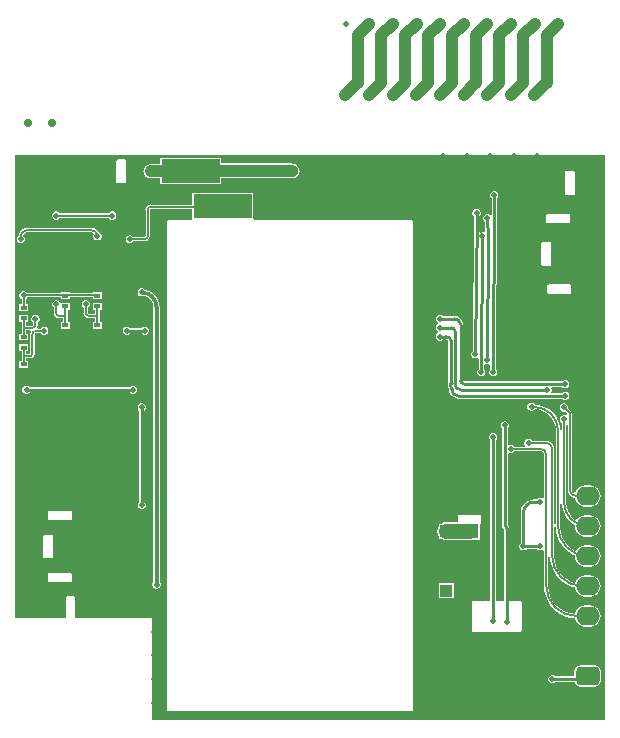
<source format=gbr>
G04*
G04 #@! TF.GenerationSoftware,Altium Limited,Altium Designer,25.8.1 (18)*
G04*
G04 Layer_Physical_Order=2*
G04 Layer_Color=16711680*
%FSLAX25Y25*%
%MOIN*%
G70*
G04*
G04 #@! TF.SameCoordinates,505960B2-D5C5-487F-9968-D24D6DC54575*
G04*
G04*
G04 #@! TF.FilePolarity,Positive*
G04*
G01*
G75*
%ADD27R,0.06299X0.05118*%
%ADD29R,0.08661X0.04134*%
%ADD30R,0.02254X0.01438*%
%ADD34R,0.19685X0.07874*%
%ADD41R,0.04134X0.03937*%
%ADD46R,0.19685X0.07874*%
%ADD65C,0.01968*%
%ADD66C,0.01000*%
%ADD67C,0.00591*%
%ADD68C,0.01181*%
%ADD69C,0.03937*%
%ADD70C,0.05118*%
%ADD73C,0.02756*%
%ADD74C,0.03937*%
%ADD75O,0.07874X0.06299*%
G04:AMPARAMS|DCode=76|XSize=62.99mil|YSize=78.74mil|CornerRadius=15.75mil|HoleSize=0mil|Usage=FLASHONLY|Rotation=90.000|XOffset=0mil|YOffset=0mil|HoleType=Round|Shape=RoundedRectangle|*
%AMROUNDEDRECTD76*
21,1,0.06299,0.04724,0,0,90.0*
21,1,0.03150,0.07874,0,0,90.0*
1,1,0.03150,0.02362,0.01575*
1,1,0.03150,0.02362,-0.01575*
1,1,0.03150,-0.02362,-0.01575*
1,1,0.03150,-0.02362,0.01575*
%
%ADD76ROUNDEDRECTD76*%
G36*
X196850D02*
X45702D01*
Y33858D01*
X45577Y34160D01*
X45276Y34284D01*
X20175D01*
Y40897D01*
X20050Y41198D01*
X19748Y41323D01*
X17386D01*
X17085Y41198D01*
X16960Y40897D01*
Y34284D01*
X0D01*
Y188550D01*
X196850D01*
Y0D01*
D02*
G37*
%LPC*%
G36*
X68886Y187620D02*
X48414D01*
Y185479D01*
X45276D01*
X45043Y185433D01*
X44806D01*
X44587Y185342D01*
X44354Y185296D01*
X44157Y185164D01*
X43938Y185073D01*
X43770Y184906D01*
X43573Y184774D01*
X43441Y184577D01*
X43273Y184409D01*
X43182Y184190D01*
X43050Y183993D01*
X43004Y183760D01*
X42913Y183541D01*
Y183303D01*
X42867Y183071D01*
X42913Y182838D01*
Y182601D01*
X43004Y182382D01*
X43050Y182149D01*
X43182Y181952D01*
X43273Y181733D01*
X43441Y181565D01*
X43573Y181368D01*
X43770Y181236D01*
X43938Y181068D01*
X44157Y180977D01*
X44354Y180846D01*
X44587Y180799D01*
X44806Y180709D01*
X45043D01*
X45276Y180662D01*
X48414D01*
Y178959D01*
X68886D01*
Y180881D01*
X91545D01*
X91598Y180846D01*
X91792Y180807D01*
X91792Y180807D01*
X91834Y180798D01*
X92050Y180709D01*
X92301Y180696D01*
X92520Y180662D01*
X92751Y180708D01*
X92820Y180709D01*
X92990D01*
X93209Y180799D01*
X93441Y180846D01*
X93639Y180977D01*
X93858Y181068D01*
X94025Y181236D01*
X94223Y181368D01*
X94354Y181565D01*
X94522Y181733D01*
X94613Y181952D01*
X94745Y182149D01*
X94791Y182382D01*
X94856Y182539D01*
X94882Y182601D01*
X94928Y183071D01*
X94904D01*
X94882Y183240D01*
Y183541D01*
X94824Y183681D01*
X94815Y183745D01*
X94555Y184372D01*
X94142Y184911D01*
X93603Y185325D01*
X93349Y185430D01*
X93223Y185514D01*
X93074Y185544D01*
X92975Y185585D01*
X92658Y185627D01*
X92301Y185698D01*
X68886D01*
Y187620D01*
D02*
G37*
G36*
X36614Y187040D02*
X34252D01*
X33951Y186916D01*
X33826Y186614D01*
Y179528D01*
X33951Y179226D01*
X34252Y179101D01*
X36614D01*
X36915Y179226D01*
X37040Y179528D01*
Y186614D01*
X36915Y186916D01*
X36614Y187040D01*
D02*
G37*
G36*
X186221Y183103D02*
X183858D01*
X183557Y182978D01*
X183432Y182677D01*
Y175591D01*
X183557Y175289D01*
X183858Y175164D01*
X186221D01*
X186522Y175289D01*
X186647Y175591D01*
Y182677D01*
X186522Y182978D01*
X186221Y183103D01*
D02*
G37*
G36*
X79539Y175691D02*
X59067D01*
Y171962D01*
X45276D01*
Y171982D01*
X44623Y171852D01*
X44069Y171482D01*
X43699Y170928D01*
X43570Y170276D01*
X43589D01*
Y161417D01*
X43573D01*
X43495Y161230D01*
X43307Y161152D01*
Y161135D01*
X39586D01*
X39554Y161214D01*
X39166Y161601D01*
X38660Y161811D01*
X38112D01*
X37605Y161601D01*
X37218Y161214D01*
X37008Y160707D01*
Y160159D01*
X37218Y159652D01*
X37605Y159265D01*
X38112Y159055D01*
X38660D01*
X39166Y159265D01*
X39554Y159652D01*
X39586Y159731D01*
X43307D01*
Y159711D01*
X43960Y159841D01*
X44513Y160211D01*
X44883Y160765D01*
X45013Y161417D01*
X44994D01*
Y170276D01*
X45010D01*
X45088Y170463D01*
X45276Y170541D01*
Y170557D01*
X59067D01*
Y167316D01*
X59067Y167029D01*
X58625Y166765D01*
X51181D01*
X50880Y166640D01*
X50755Y166339D01*
Y3543D01*
X50880Y3242D01*
X51181Y3117D01*
X132432D01*
X132734Y3242D01*
X132858Y3543D01*
Y166339D01*
X132734Y166640D01*
X132432Y166765D01*
X79981D01*
X79539Y167029D01*
X79539Y167316D01*
Y175691D01*
D02*
G37*
G36*
X32754Y169685D02*
X32206D01*
X31700Y169475D01*
X31312Y169088D01*
X31280Y169010D01*
X14980D01*
X14948Y169088D01*
X14560Y169475D01*
X14054Y169685D01*
X13505D01*
X12999Y169475D01*
X12611Y169088D01*
X12402Y168581D01*
Y168033D01*
X12611Y167526D01*
X12999Y167139D01*
X13505Y166929D01*
X14054D01*
X14560Y167139D01*
X14948Y167526D01*
X14980Y167605D01*
X31280D01*
X31312Y167526D01*
X31700Y167139D01*
X32206Y166929D01*
X32754D01*
X33261Y167139D01*
X33648Y167526D01*
X33858Y168033D01*
Y168581D01*
X33648Y169088D01*
X33261Y169475D01*
X32754Y169685D01*
D02*
G37*
G36*
X160117Y176476D02*
X159568D01*
X159062Y176267D01*
X158674Y175879D01*
X158465Y175373D01*
Y174824D01*
X158674Y174318D01*
X158931Y174061D01*
Y168600D01*
X158380Y168372D01*
X158261Y168491D01*
X157754Y168701D01*
X157206D01*
X156700Y168491D01*
X156312Y168103D01*
X156102Y167597D01*
Y167049D01*
X156312Y166542D01*
X156623Y166231D01*
X156786Y163042D01*
X156253Y162666D01*
X156180Y162697D01*
X155631D01*
X155344Y162578D01*
X154796Y162878D01*
X154840Y168147D01*
X155105Y168412D01*
X155315Y168919D01*
Y169467D01*
X155105Y169974D01*
X154718Y170361D01*
X154211Y170571D01*
X153663D01*
X153156Y170361D01*
X152769Y169974D01*
X152559Y169467D01*
Y168919D01*
X152769Y168412D01*
X153017Y168164D01*
X152641Y123093D01*
X152375Y122828D01*
X152165Y122321D01*
Y121773D01*
X152375Y121267D01*
X152763Y120879D01*
X153269Y120669D01*
X153817D01*
X154090Y120782D01*
X154638Y120473D01*
X154610Y117188D01*
X154344Y116922D01*
X154134Y116416D01*
Y115868D01*
X154344Y115361D01*
X154731Y114974D01*
X155238Y114764D01*
X155786D01*
X156292Y114974D01*
X156680Y115361D01*
X156890Y115868D01*
Y116416D01*
X156680Y116922D01*
X156432Y117170D01*
X156443Y118447D01*
X156997Y118787D01*
X157206Y118701D01*
X157754D01*
X157986Y118797D01*
X158538Y118467D01*
Y117179D01*
X158281Y116922D01*
X158071Y116416D01*
Y115868D01*
X158281Y115361D01*
X158668Y114974D01*
X159175Y114764D01*
X159723D01*
X160229Y114974D01*
X160617Y115361D01*
X160827Y115868D01*
Y116416D01*
X160617Y116922D01*
X160360Y117179D01*
Y144953D01*
X160487Y145080D01*
X160684Y145376D01*
X160754Y145724D01*
Y174061D01*
X161011Y174318D01*
X161221Y174824D01*
Y175373D01*
X161011Y175879D01*
X160623Y176267D01*
X160117Y176476D01*
D02*
G37*
G36*
X184646Y168930D02*
X177559D01*
X177258Y168805D01*
X177133Y168504D01*
Y166142D01*
X177258Y165840D01*
X177559Y165716D01*
X184646D01*
X184947Y165840D01*
X185072Y166142D01*
Y168504D01*
X184947Y168805D01*
X184646Y168930D01*
D02*
G37*
G36*
X25591Y164098D02*
Y164088D01*
X3937D01*
Y164098D01*
X3243Y164006D01*
X2597Y163739D01*
X2042Y163313D01*
X1616Y162758D01*
X1348Y162111D01*
X1286Y161642D01*
X1188Y161601D01*
X800Y161214D01*
X591Y160707D01*
Y160159D01*
X800Y159652D01*
X1188Y159265D01*
X1694Y159055D01*
X2243D01*
X2749Y159265D01*
X3137Y159652D01*
X3347Y160159D01*
Y160707D01*
X3137Y161214D01*
X2749Y161601D01*
X2929Y162122D01*
X3051Y162304D01*
X3457Y162575D01*
X3937Y162671D01*
Y162683D01*
X25591D01*
Y162671D01*
X26002Y162589D01*
X26128Y162463D01*
X26356Y162113D01*
X26181Y161691D01*
Y161143D01*
X26391Y160637D01*
X26779Y160249D01*
X27285Y160039D01*
X27833D01*
X28340Y160249D01*
X28727Y160637D01*
X28937Y161143D01*
Y161691D01*
X28727Y162198D01*
X28340Y162585D01*
X27906Y162765D01*
X27486Y163313D01*
X26931Y163739D01*
X26284Y164006D01*
X25591Y164098D01*
D02*
G37*
G36*
X178347Y159481D02*
X175984D01*
X175683Y159356D01*
X175558Y159055D01*
Y151969D01*
X175683Y151667D01*
X175984Y151542D01*
X178347D01*
X178648Y151667D01*
X178773Y151969D01*
Y159055D01*
X178648Y159356D01*
X178347Y159481D01*
D02*
G37*
G36*
X185039Y145407D02*
X177953D01*
X177651Y145282D01*
X177527Y144981D01*
Y142618D01*
X177651Y142317D01*
X177953Y142192D01*
X185039D01*
X185341Y142317D01*
X185466Y142618D01*
Y144981D01*
X185341Y145282D01*
X185039Y145407D01*
D02*
G37*
G36*
X3227Y143110D02*
X2679D01*
X2172Y142901D01*
X1785Y142513D01*
X1575Y142006D01*
Y141458D01*
X1785Y140952D01*
X2172Y140564D01*
X2250Y140532D01*
Y138727D01*
X1432D01*
Y136501D01*
X4473D01*
Y138727D01*
X3655D01*
Y140532D01*
X3733Y140564D01*
X4121Y140952D01*
X4153Y141030D01*
X15354D01*
Y140438D01*
X18396D01*
Y141030D01*
X26039D01*
Y140438D01*
X29080D01*
Y142664D01*
X26039D01*
Y142435D01*
X18396D01*
Y142664D01*
X15354D01*
Y142435D01*
X4153D01*
X4121Y142513D01*
X3733Y142901D01*
X3227Y143110D01*
D02*
G37*
G36*
X7164Y135236D02*
X6616D01*
X6109Y135026D01*
X5722Y134639D01*
X5512Y134132D01*
Y133584D01*
X5722Y133078D01*
X6109Y132690D01*
X6187Y132658D01*
Y131890D01*
X6171D01*
X6093Y131702D01*
X5906Y131624D01*
Y131608D01*
X3655D01*
Y132926D01*
X4473D01*
Y135152D01*
X1432D01*
Y132926D01*
X2250D01*
Y128884D01*
X1432D01*
Y126659D01*
X4473D01*
Y128884D01*
X3655D01*
Y130203D01*
X5060D01*
X5355Y129652D01*
X5314Y129590D01*
X5184Y128937D01*
X5203D01*
Y122167D01*
X3655D01*
Y123084D01*
X4473D01*
Y125310D01*
X1432D01*
Y123084D01*
X2250D01*
Y119845D01*
X1432D01*
Y117619D01*
X4473D01*
Y119845D01*
X3655D01*
Y120762D01*
X5323D01*
Y120751D01*
X5819Y120849D01*
X5834Y120859D01*
X6240Y121130D01*
X6511Y121536D01*
X6521Y121551D01*
X6619Y122047D01*
X6608D01*
Y128937D01*
X6624D01*
X6702Y129125D01*
X6890Y129202D01*
Y129219D01*
X8642D01*
X8674Y129141D01*
X9062Y128753D01*
X9568Y128543D01*
X10117D01*
X10623Y128753D01*
X11011Y129141D01*
X11220Y129647D01*
Y130195D01*
X11011Y130702D01*
X10623Y131089D01*
X10117Y131299D01*
X9568D01*
X9062Y131089D01*
X8674Y130702D01*
X8642Y130624D01*
X7735D01*
X7440Y131175D01*
X7482Y131237D01*
X7611Y131890D01*
X7592D01*
Y132658D01*
X7670Y132690D01*
X8058Y133078D01*
X8268Y133584D01*
Y134132D01*
X8058Y134639D01*
X7670Y135026D01*
X7164Y135236D01*
D02*
G37*
G36*
X43581Y131299D02*
X43033D01*
X42527Y131089D01*
X42270Y130833D01*
X38439D01*
X38182Y131089D01*
X37676Y131299D01*
X37128D01*
X36621Y131089D01*
X36233Y130702D01*
X36024Y130195D01*
Y129647D01*
X36233Y129141D01*
X36621Y128753D01*
X37128Y128543D01*
X37676D01*
X38182Y128753D01*
X38439Y129010D01*
X42270D01*
X42527Y128753D01*
X43033Y128543D01*
X43581D01*
X44088Y128753D01*
X44475Y129141D01*
X44685Y129647D01*
Y130195D01*
X44475Y130702D01*
X44088Y131089D01*
X43581Y131299D01*
D02*
G37*
G36*
X23896Y140157D02*
X23348D01*
X22841Y139948D01*
X22454Y139560D01*
X22244Y139054D01*
Y138505D01*
X22454Y137999D01*
X22841Y137611D01*
X22920Y137579D01*
Y135827D01*
X22900D01*
X23030Y135174D01*
X23400Y134620D01*
X23953Y134251D01*
X24606Y134121D01*
Y134140D01*
X26857D01*
Y132822D01*
X26039D01*
Y130596D01*
X29080D01*
Y132822D01*
X28262D01*
Y136864D01*
X29080D01*
Y139089D01*
X26039D01*
Y136864D01*
X26857D01*
Y135545D01*
X24606D01*
Y135561D01*
X24419Y135639D01*
X24341Y135827D01*
X24325D01*
Y137579D01*
X24403Y137611D01*
X24790Y137999D01*
X25000Y138505D01*
Y139054D01*
X24790Y139560D01*
X24403Y139948D01*
X23896Y140157D01*
D02*
G37*
G36*
X14054D02*
X13505D01*
X12999Y139948D01*
X12611Y139560D01*
X12402Y139054D01*
Y138505D01*
X12611Y137999D01*
X12999Y137611D01*
X13077Y137579D01*
Y135827D01*
X13058D01*
X13188Y135174D01*
X13557Y134620D01*
X14111Y134251D01*
X14764Y134121D01*
Y134140D01*
X16172D01*
Y132822D01*
X15354D01*
Y130596D01*
X18396D01*
Y132822D01*
X17577D01*
Y136864D01*
X18396D01*
Y139089D01*
X15354D01*
X14979Y139485D01*
X14948Y139560D01*
X14560Y139948D01*
X14054Y140157D01*
D02*
G37*
G36*
X39644Y111614D02*
X39096D01*
X38590Y111404D01*
X38333Y111147D01*
X4975D01*
X4718Y111404D01*
X4211Y111614D01*
X3663D01*
X3156Y111404D01*
X2769Y111017D01*
X2559Y110510D01*
Y109962D01*
X2769Y109456D01*
X3156Y109068D01*
X3663Y108858D01*
X4211D01*
X4718Y109068D01*
X4975Y109325D01*
X38333D01*
X38590Y109068D01*
X39096Y108858D01*
X39644D01*
X40151Y109068D01*
X40538Y109456D01*
X40748Y109962D01*
Y110510D01*
X40538Y111017D01*
X40151Y111404D01*
X39644Y111614D01*
D02*
G37*
G36*
X142006Y135236D02*
X141458D01*
X140952Y135026D01*
X140564Y134639D01*
X140354Y134132D01*
Y133584D01*
X140564Y133078D01*
X140952Y132690D01*
X140976Y132680D01*
Y132084D01*
X140952Y132074D01*
X140564Y131686D01*
X140354Y131180D01*
Y130631D01*
X140564Y130125D01*
X140952Y129737D01*
X140976Y129727D01*
Y129131D01*
X140952Y129121D01*
X140564Y128733D01*
X140354Y128227D01*
Y127679D01*
X140564Y127172D01*
X140952Y126785D01*
X141458Y126575D01*
X142006D01*
X142513Y126785D01*
X142770Y127042D01*
X143701D01*
Y127029D01*
X144101Y126950D01*
X144294Y126820D01*
X144349Y126286D01*
Y112205D01*
X144329D01*
X144476Y111094D01*
X144547Y110922D01*
X144547Y110917D01*
X144592Y110776D01*
X144723Y110253D01*
X144730Y110236D01*
X144750Y110236D01*
X144852Y109463D01*
X145150Y108743D01*
X145625Y108125D01*
X146243Y107650D01*
X146963Y107352D01*
X147736Y107250D01*
Y107258D01*
X182427D01*
X182684Y107001D01*
X183191Y106791D01*
X183739D01*
X184245Y107001D01*
X184633Y107389D01*
X184843Y107895D01*
Y108443D01*
X184633Y108950D01*
X184245Y109337D01*
X183739Y109547D01*
X183191D01*
X182684Y109337D01*
X182427Y109081D01*
X179171D01*
X178841Y109632D01*
X178937Y109864D01*
Y110412D01*
X178800Y110742D01*
X179072Y111293D01*
X182329D01*
X182684Y110938D01*
X183191Y110728D01*
X183739D01*
X184245Y110938D01*
X184633Y111326D01*
X184843Y111832D01*
Y112380D01*
X184633Y112887D01*
X184245Y113275D01*
X183739Y113484D01*
X183191D01*
X182684Y113275D01*
X182526Y113116D01*
X149606D01*
Y113145D01*
X149575Y113158D01*
X149562Y113189D01*
X149533D01*
Y131890D01*
X149540D01*
X149442Y132637D01*
X149154Y133333D01*
X148695Y133931D01*
X148097Y134390D01*
X147401Y134678D01*
X146653Y134777D01*
Y134769D01*
X142770D01*
X142513Y135026D01*
X142006Y135236D01*
D02*
G37*
G36*
X42597Y105709D02*
X42049D01*
X41542Y105499D01*
X41155Y105111D01*
X40945Y104605D01*
Y104057D01*
X41155Y103550D01*
X41412Y103293D01*
Y72888D01*
X41155Y72631D01*
X40945Y72124D01*
Y71576D01*
X41155Y71070D01*
X41542Y70682D01*
X42049Y70472D01*
X42597D01*
X43103Y70682D01*
X43491Y71070D01*
X43701Y71576D01*
Y72124D01*
X43491Y72631D01*
X43234Y72888D01*
Y103293D01*
X43491Y103550D01*
X43701Y104057D01*
Y104605D01*
X43491Y105111D01*
X43103Y105499D01*
X42597Y105709D01*
D02*
G37*
G36*
X18628Y69905D02*
X11541D01*
X11240Y69780D01*
X11115Y69479D01*
Y67116D01*
X11240Y66815D01*
X11541Y66690D01*
X18628D01*
X18929Y66815D01*
X19054Y67116D01*
Y69479D01*
X18929Y69780D01*
X18628Y69905D01*
D02*
G37*
G36*
X155118Y68536D02*
X148031D01*
X147730Y68412D01*
X147605Y68110D01*
Y66167D01*
X143996D01*
X143996Y66167D01*
X143225Y66066D01*
X142507Y65768D01*
X141968Y65354D01*
X141339D01*
Y64636D01*
X141220Y64481D01*
X140922Y63763D01*
X140821Y62992D01*
X140922Y62221D01*
X141220Y61503D01*
X141339Y61348D01*
Y60630D01*
X142027D01*
X142310Y60413D01*
X143028Y60115D01*
X143799Y60014D01*
X144570Y60115D01*
X144801Y60211D01*
X151575D01*
X151769Y60236D01*
X155118D01*
Y65322D01*
X155118D01*
X155419Y65447D01*
X155544Y65748D01*
Y68110D01*
X155419Y68412D01*
X155118Y68536D01*
D02*
G37*
G36*
X172518Y105905D02*
X171970D01*
X171464Y105696D01*
X171076Y105308D01*
X170866Y104802D01*
Y104253D01*
X171076Y103747D01*
X171464Y103359D01*
X171970Y103150D01*
X172518D01*
X173025Y103359D01*
X173412Y103747D01*
X173428Y103785D01*
X174469Y103682D01*
X175851Y103263D01*
X177125Y102582D01*
X178241Y101666D01*
X179157Y100550D01*
X179838Y99276D01*
X180257Y97894D01*
X180399Y96457D01*
X180400D01*
Y65195D01*
X180387Y65183D01*
X179836Y65417D01*
Y90551D01*
X179846D01*
X179754Y91245D01*
X179487Y91891D01*
X179061Y92447D01*
X178506Y92873D01*
X177859Y93140D01*
X177165Y93232D01*
Y93222D01*
X172460D01*
X172428Y93300D01*
X172040Y93688D01*
X171534Y93898D01*
X170986D01*
X170479Y93688D01*
X170092Y93300D01*
X169882Y92794D01*
Y92246D01*
X170064Y91805D01*
X169954Y91513D01*
X169798Y91254D01*
X166555D01*
X166523Y91332D01*
X166135Y91719D01*
X165628Y91929D01*
X165080D01*
X164848Y91833D01*
X164297Y92163D01*
Y97388D01*
X164554Y97645D01*
X164764Y98151D01*
Y98699D01*
X164554Y99206D01*
X164166Y99593D01*
X163660Y99803D01*
X163112D01*
X162605Y99593D01*
X162218Y99206D01*
X162008Y98699D01*
Y98151D01*
X162218Y97645D01*
X162475Y97388D01*
Y64885D01*
X162544Y64537D01*
X162741Y64241D01*
X163057Y63925D01*
Y39943D01*
X160320D01*
Y93410D01*
X160617Y93708D01*
X160827Y94214D01*
Y94762D01*
X160617Y95269D01*
X160229Y95656D01*
X159723Y95866D01*
X159175D01*
X158668Y95656D01*
X158281Y95269D01*
X158071Y94762D01*
Y94214D01*
X158281Y93708D01*
X158498Y93491D01*
Y39943D01*
X152769D01*
X152467Y39818D01*
X152342Y39516D01*
Y30016D01*
X152467Y29715D01*
X152769Y29590D01*
X168569D01*
X168870Y29715D01*
X168995Y30016D01*
Y39516D01*
X168870Y39818D01*
X168569Y39943D01*
X164880D01*
Y64303D01*
X164810Y64651D01*
X164613Y64947D01*
X164297Y65263D01*
Y88940D01*
X164848Y89269D01*
X165080Y89173D01*
X165628D01*
X166135Y89383D01*
X166523Y89771D01*
X166555Y89849D01*
X175197D01*
Y89836D01*
X175677Y89741D01*
X176083Y89469D01*
X176355Y89062D01*
X176451Y88583D01*
X176463D01*
Y74297D01*
X176204Y74140D01*
X175912Y74030D01*
X175471Y74213D01*
X174923D01*
X174416Y74003D01*
X174159Y73746D01*
X173228D01*
Y73768D01*
X172033Y73611D01*
X170919Y73149D01*
X169962Y72415D01*
X169228Y71458D01*
X168767Y70344D01*
X168609Y69149D01*
X168631D01*
Y59108D01*
X168374Y58851D01*
X168165Y58345D01*
Y57797D01*
X168374Y57290D01*
X168762Y56903D01*
X169268Y56693D01*
X169817D01*
X170323Y56903D01*
X170580Y57160D01*
X174159D01*
X174416Y56903D01*
X174923Y56693D01*
X175471D01*
X175912Y56875D01*
X176204Y56766D01*
X176463Y56609D01*
Y44803D01*
X176443D01*
X176575Y43126D01*
X176968Y41490D01*
X177612Y39935D01*
X178491Y38501D01*
X179584Y37222D01*
X180863Y36129D01*
X182298Y35250D01*
X183852Y34606D01*
X185488Y34213D01*
X186674Y34120D01*
X186705Y33878D01*
X187062Y33016D01*
X187630Y32276D01*
X188371Y31708D01*
X189233Y31351D01*
X190157Y31229D01*
X191732D01*
X192657Y31351D01*
X193519Y31708D01*
X194259Y32276D01*
X194827Y33016D01*
X195184Y33878D01*
X195306Y34803D01*
X195184Y35728D01*
X194827Y36590D01*
X194259Y37330D01*
X193519Y37898D01*
X192657Y38255D01*
X191732Y38377D01*
X190157D01*
X189233Y38255D01*
X188371Y37898D01*
X187630Y37330D01*
X187062Y36590D01*
X186705Y35728D01*
X186681Y35545D01*
X185350Y35676D01*
X183604Y36206D01*
X181995Y37066D01*
X180585Y38223D01*
X179428Y39633D01*
X178568Y41242D01*
X178038Y42988D01*
X177862Y44775D01*
X177868Y44803D01*
Y54457D01*
X178184Y54703D01*
X178332Y54709D01*
X178448Y54316D01*
X178454Y54262D01*
X178455Y54260D01*
X178544Y53126D01*
X178937Y51490D01*
X179580Y49935D01*
X180460Y48501D01*
X181552Y47221D01*
X182832Y46129D01*
X184266Y45250D01*
X185821Y44606D01*
X186635Y44410D01*
X186705Y43878D01*
X187062Y43016D01*
X187630Y42276D01*
X188371Y41708D01*
X189233Y41351D01*
X190157Y41229D01*
X191732D01*
X192657Y41351D01*
X193519Y41708D01*
X194259Y42276D01*
X194827Y43016D01*
X195184Y43878D01*
X195306Y44803D01*
X195184Y45728D01*
X194827Y46590D01*
X194259Y47330D01*
X193519Y47898D01*
X192657Y48255D01*
X191732Y48377D01*
X190157D01*
X189233Y48255D01*
X188371Y47898D01*
X187630Y47330D01*
X187062Y46590D01*
X186755Y45847D01*
X185573Y46206D01*
X183964Y47066D01*
X182554Y48223D01*
X181396Y49633D01*
X180536Y51242D01*
X180007Y52988D01*
X179831Y54775D01*
X179836Y54803D01*
Y64539D01*
X179836D01*
X179836Y64112D01*
X179846Y64539D01*
X180387Y64561D01*
X180423Y64104D01*
X180511Y62993D01*
X180898Y61381D01*
X181532Y59850D01*
X182398Y58436D01*
X183475Y57176D01*
X184736Y56099D01*
X186149Y55233D01*
X186615Y55040D01*
X186584Y54803D01*
X186705Y53878D01*
X187062Y53016D01*
X187630Y52276D01*
X188371Y51708D01*
X189233Y51351D01*
X190157Y51229D01*
X191732D01*
X192657Y51351D01*
X193519Y51708D01*
X194259Y52276D01*
X194827Y53016D01*
X195184Y53878D01*
X195306Y54803D01*
X195184Y55728D01*
X194827Y56590D01*
X194259Y57330D01*
X193519Y57898D01*
X192657Y58255D01*
X191732Y58377D01*
X190157D01*
X189233Y58255D01*
X188371Y57898D01*
X187630Y57330D01*
X187062Y56590D01*
X186848Y56513D01*
X185863Y57040D01*
X184476Y58177D01*
X183339Y59563D01*
X182494Y61145D01*
X181973Y62861D01*
X181800Y64620D01*
X181805Y64646D01*
Y72162D01*
X181834Y72194D01*
X182023Y72184D01*
X182407Y72005D01*
X182506Y70999D01*
X182995Y69384D01*
X183791Y67897D01*
X184861Y66593D01*
X186164Y65523D01*
X186645Y65266D01*
X186584Y64803D01*
X186705Y63878D01*
X187062Y63016D01*
X187630Y62276D01*
X188371Y61708D01*
X189233Y61351D01*
X190157Y61229D01*
X191732D01*
X192657Y61351D01*
X193519Y61708D01*
X194259Y62276D01*
X194827Y63016D01*
X195184Y63878D01*
X195306Y64803D01*
X195184Y65728D01*
X194827Y66590D01*
X194259Y67330D01*
X193519Y67898D01*
X192657Y68255D01*
X191732Y68377D01*
X190157D01*
X189233Y68255D01*
X188371Y67898D01*
X187630Y67330D01*
X187383Y67008D01*
X186661Y66963D01*
X185875Y67607D01*
X184984Y68694D01*
X184321Y69933D01*
X183913Y71278D01*
X183775Y72677D01*
X183773D01*
Y98614D01*
X183786Y98633D01*
X183826Y98642D01*
X184337Y98320D01*
Y76772D01*
X184327D01*
X184419Y76078D01*
X184687Y75431D01*
X185113Y74876D01*
X185668Y74450D01*
X186314Y74183D01*
X186671Y74136D01*
X186705Y73878D01*
X187062Y73016D01*
X187630Y72276D01*
X188371Y71708D01*
X189233Y71351D01*
X190157Y71229D01*
X191732D01*
X192657Y71351D01*
X193519Y71708D01*
X194259Y72276D01*
X194827Y73016D01*
X195184Y73878D01*
X195306Y74803D01*
X195184Y75728D01*
X194827Y76590D01*
X194259Y77330D01*
X193519Y77898D01*
X192657Y78255D01*
X191732Y78377D01*
X190157D01*
X189233Y78255D01*
X188371Y77898D01*
X187630Y77330D01*
X187062Y76590D01*
X186843Y76059D01*
X186206Y75839D01*
X186184Y75843D01*
X186121Y75885D01*
X185850Y76292D01*
X185754Y76772D01*
X185742D01*
Y102362D01*
X185688Y102631D01*
X185536Y102859D01*
X184416Y103979D01*
X184449Y104057D01*
Y104605D01*
X184239Y105111D01*
X183851Y105499D01*
X183345Y105709D01*
X182797D01*
X182290Y105499D01*
X181903Y105111D01*
X181693Y104605D01*
Y104057D01*
X181903Y103550D01*
X182290Y103163D01*
X182797Y102953D01*
X183345D01*
X183423Y102985D01*
X184077Y102331D01*
X184077Y102017D01*
X183827Y101818D01*
X183477Y101717D01*
X183345Y101772D01*
X182797D01*
X182290Y101562D01*
X181903Y101174D01*
X181693Y100668D01*
Y100120D01*
X181903Y99613D01*
X182290Y99225D01*
X182368Y99193D01*
Y96970D01*
X182340Y96938D01*
X182144Y96949D01*
X181768Y97127D01*
X181665Y98174D01*
X181164Y99825D01*
X180350Y101347D01*
X179256Y102681D01*
X177922Y103776D01*
X176400Y104589D01*
X174749Y105090D01*
X173450Y105218D01*
X173412Y105308D01*
X173025Y105696D01*
X172518Y105905D01*
D02*
G37*
G36*
X12348Y61923D02*
X9986D01*
X9685Y61798D01*
X9560Y61497D01*
Y54410D01*
X9685Y54109D01*
X9986Y53984D01*
X12348D01*
X12650Y54109D01*
X12775Y54410D01*
Y61497D01*
X12650Y61798D01*
X12348Y61923D01*
D02*
G37*
G36*
X18511Y49261D02*
X11424D01*
X11123Y49136D01*
X10998Y48835D01*
Y46472D01*
X11123Y46171D01*
X11424Y46046D01*
X18511D01*
X18812Y46171D01*
X18937Y46472D01*
Y48835D01*
X18812Y49136D01*
X18511Y49261D01*
D02*
G37*
G36*
X42597Y144095D02*
X42049D01*
X41542Y143885D01*
X41155Y143497D01*
X40945Y142991D01*
Y142443D01*
X41155Y141936D01*
X41542Y141548D01*
X42049Y141339D01*
X42597D01*
X43103Y141548D01*
X43161Y141605D01*
X43338Y141582D01*
X44283Y141191D01*
X45095Y140568D01*
X45718Y139756D01*
X46110Y138810D01*
X46242Y137804D01*
X46241Y137795D01*
Y46221D01*
X46076Y46056D01*
X45866Y45550D01*
Y45002D01*
X46076Y44495D01*
X46464Y44107D01*
X46970Y43898D01*
X47518D01*
X48025Y44107D01*
X48412Y44495D01*
X48622Y45002D01*
Y45550D01*
X48412Y46056D01*
X48248Y46221D01*
Y137795D01*
X48257D01*
X48143Y138953D01*
X47805Y140066D01*
X47257Y141092D01*
X46519Y141991D01*
X45620Y142729D01*
X44594Y143278D01*
X43481Y143615D01*
X43361Y143627D01*
X43103Y143885D01*
X42597Y144095D01*
D02*
G37*
G36*
X146260Y45669D02*
X141339D01*
Y40945D01*
X146260D01*
Y45669D01*
D02*
G37*
G36*
X193307Y18385D02*
X188583D01*
X187815Y18232D01*
X187163Y17797D01*
X186728Y17146D01*
X186576Y16378D01*
Y14691D01*
X180171D01*
X179914Y14948D01*
X179408Y15157D01*
X178860D01*
X178353Y14948D01*
X177966Y14560D01*
X177756Y14054D01*
Y13505D01*
X177966Y12999D01*
X178353Y12611D01*
X178860Y12402D01*
X179408D01*
X179914Y12611D01*
X180171Y12868D01*
X186647D01*
X186728Y12460D01*
X187163Y11809D01*
X187815Y11374D01*
X188583Y11221D01*
X193307D01*
X194075Y11374D01*
X194726Y11809D01*
X195161Y12460D01*
X195314Y13228D01*
Y16378D01*
X195161Y17146D01*
X194726Y17797D01*
X194075Y18232D01*
X193307Y18385D01*
D02*
G37*
%LPD*%
D27*
X151575Y63189D02*
D03*
Y70669D02*
D03*
D29*
X137795Y68799D02*
D03*
Y49114D02*
D03*
Y29429D02*
D03*
Y37500D02*
D03*
Y57185D02*
D03*
Y17815D02*
D03*
D30*
X27559Y128134D02*
D03*
X16875D02*
D03*
X2953Y115157D02*
D03*
Y134039D02*
D03*
Y137614D02*
D03*
Y118732D02*
D03*
X27559Y131709D02*
D03*
X16875D02*
D03*
X27559Y137976D02*
D03*
Y141551D02*
D03*
X16875Y137976D02*
D03*
Y141551D02*
D03*
X2953Y124197D02*
D03*
Y127772D02*
D03*
D34*
X126390Y182852D02*
D03*
X69303Y171360D02*
D03*
D41*
X143799Y23622D02*
D03*
Y43307D02*
D03*
Y62992D02*
D03*
D46*
X105894Y171360D02*
D03*
X58650Y183289D02*
D03*
D65*
X159449Y116142D02*
D03*
X159843Y175098D02*
D03*
X157480Y120079D02*
D03*
X155512Y116142D02*
D03*
X153543Y122047D02*
D03*
X46260Y21654D02*
D03*
Y5906D02*
D03*
Y13780D02*
D03*
Y29528D02*
D03*
X175197Y174522D02*
D03*
Y161024D02*
D03*
Y167773D02*
D03*
X174213Y187992D02*
D03*
X166339D02*
D03*
X175197Y181271D02*
D03*
X150591Y187992D02*
D03*
X142717D02*
D03*
X158465D02*
D03*
X44291Y175197D02*
D03*
X137795Y74803D02*
D03*
X167323Y49213D02*
D03*
X186024Y27559D02*
D03*
X43307Y35433D02*
D03*
X16732Y180118D02*
D03*
X5906Y186024D02*
D03*
X1687Y185039D02*
D03*
X13780Y158465D02*
D03*
X11811Y156496D02*
D03*
X15748D02*
D03*
X13780Y154528D02*
D03*
X35433Y35433D02*
D03*
X27559D02*
D03*
X155905Y161319D02*
D03*
X177559Y110138D02*
D03*
X183465Y108169D02*
D03*
X141732Y130905D02*
D03*
Y133858D02*
D03*
X38386Y160433D02*
D03*
X27559Y161417D02*
D03*
X13780Y168307D02*
D03*
X32480D02*
D03*
X1969Y160433D02*
D03*
X42323Y142717D02*
D03*
X2953Y141732D02*
D03*
X6890Y133858D02*
D03*
X23622Y138779D02*
D03*
X13780D02*
D03*
X9843Y129921D02*
D03*
X110331Y208661D02*
D03*
Y232283D02*
D03*
X118205Y208661D02*
D03*
Y232283D02*
D03*
X126079Y208661D02*
D03*
Y232283D02*
D03*
X133953Y208661D02*
D03*
Y232283D02*
D03*
X141827Y208661D02*
D03*
Y232283D02*
D03*
X149701Y208661D02*
D03*
Y232283D02*
D03*
X157575Y208661D02*
D03*
Y232283D02*
D03*
X165449Y208661D02*
D03*
Y232283D02*
D03*
X173323D02*
D03*
Y208661D02*
D03*
X181197Y232283D02*
D03*
X47244Y45276D02*
D03*
X43307Y129921D02*
D03*
X37402D02*
D03*
X183071Y104331D02*
D03*
X163969Y32917D02*
D03*
X163386Y98425D02*
D03*
X141732Y127953D02*
D03*
X3937Y110236D02*
D03*
X39370D02*
D03*
X157480Y167323D02*
D03*
X183071Y100394D02*
D03*
X175197Y58071D02*
D03*
X169543D02*
D03*
X175197Y72835D02*
D03*
X179134Y13780D02*
D03*
X159369Y33016D02*
D03*
X159449Y94488D02*
D03*
X183465Y112106D02*
D03*
X153937Y169193D02*
D03*
X171260Y92520D02*
D03*
X172244Y104528D02*
D03*
X165354Y90551D02*
D03*
X42323Y104331D02*
D03*
Y71850D02*
D03*
D66*
X157783Y161305D02*
G03*
X157781Y161414I-1878J14D01*
G01*
X177559Y110138D02*
G03*
X177461Y110236I-98J0D01*
G01*
X183465Y112106D02*
G03*
X183366Y112205I-98J0D01*
G01*
X148622Y113189D02*
G03*
X149606Y112205I984J0D01*
G01*
X144840Y127589D02*
G03*
X143701Y127953I-1140J-1605D01*
G01*
X145260Y126780D02*
G03*
X144840Y127589I-1000J-5D01*
G01*
X145260Y112205D02*
G03*
X145416Y111192I3362J0D01*
G01*
X145669Y110236D02*
G03*
X145623Y110538I-1000J0D01*
G01*
X145669Y110236D02*
G03*
X147736Y108169I2067J0D01*
G01*
X146653Y112205D02*
G03*
X148622Y110236I1969J0D01*
G01*
X146653Y129921D02*
G03*
X145669Y130905I-984J0D01*
G01*
X148622Y131890D02*
G03*
X146653Y133858I-1969J0D01*
G01*
X189921Y13780D02*
G03*
X190945Y14803I0J1024D01*
G01*
X173228Y72835D02*
G03*
X169543Y69149I0J-3686D01*
G01*
X159449Y116142D02*
Y145331D01*
X159843Y145724D02*
Y175098D01*
X159449Y145331D02*
X159843Y145724D01*
X157480Y120079D02*
X157783Y161305D01*
X157480Y167323D02*
X157781Y161414D01*
X155512Y116142D02*
X155905Y161319D01*
X153543Y122047D02*
X153937Y169193D01*
X159409Y33057D02*
Y94448D01*
X148622Y110236D02*
X177461D01*
X149606Y112205D02*
X183366D01*
X148622Y113189D02*
Y131890D01*
X147736Y108169D02*
X183465D01*
X42323Y71850D02*
Y104331D01*
X141732Y127953D02*
X143701D01*
X145260Y112205D02*
Y126780D01*
X145416Y111192D02*
X145623Y110538D01*
X146653Y112205D02*
Y129921D01*
X141732Y130905D02*
X145669D01*
X141732Y133858D02*
X146653D01*
X179134Y13780D02*
X189921D01*
X37402Y129921D02*
X43307D01*
X163386Y64885D02*
X163969Y64303D01*
Y32917D02*
Y64303D01*
X163386Y64885D02*
Y98425D01*
X3937Y110236D02*
X39370D01*
X169543Y58071D02*
X175197D01*
X169543D02*
Y69149D01*
X173228Y72835D02*
X175197D01*
X159409Y94448D02*
X159449Y94488D01*
X159369Y33016D02*
X159409Y33057D01*
D67*
X3937Y163386D02*
G03*
X1969Y161417I0J-1969D01*
G01*
X27559D02*
G03*
X25591Y163386I-1969J0D01*
G01*
X69203Y171260D02*
G03*
X69303Y171360I0J100D01*
G01*
X45276Y171260D02*
G03*
X44291Y170276I0J-984D01*
G01*
X43307Y160433D02*
G03*
X44291Y161417I0J984D01*
G01*
X23622Y135827D02*
G03*
X24606Y134843I984J0D01*
G01*
X13780Y135827D02*
G03*
X14764Y134843I984J0D01*
G01*
X5906Y130905D02*
G03*
X6890Y131890I0J984D01*
G01*
Y129921D02*
G03*
X5906Y128937I0J-984D01*
G01*
X5323Y121465D02*
G03*
X5906Y122047I0J583D01*
G01*
X27559Y141551D02*
G03*
X27378Y141732I-181J0D01*
G01*
X185039Y76772D02*
G03*
X187008Y74803I1969J0D01*
G01*
X183071Y72677D02*
G03*
X190945Y64803I7874J0D01*
G01*
X179134Y54803D02*
G03*
X189134Y44803I10000J0D01*
G01*
X179134Y90551D02*
G03*
X177165Y92520I-1969J0D01*
G01*
X181102Y64646D02*
G03*
X190945Y54803I9843J0D01*
G01*
X181102Y96457D02*
G03*
X173031Y104528I-8071J0D01*
G01*
X177165Y44803D02*
G03*
X187165Y34803I10000J0D01*
G01*
X177165Y88583D02*
G03*
X175197Y90551I-1969J0D01*
G01*
X3937Y163386D02*
X25591D01*
X1969Y160433D02*
Y161417D01*
X45276Y171260D02*
X69203D01*
X44291Y161417D02*
Y170276D01*
X38386Y160433D02*
X43307D01*
X13780Y168307D02*
X32480D01*
X23622Y135827D02*
Y138779D01*
X24606Y134843D02*
X27559D01*
X13780Y135827D02*
Y138779D01*
X14764Y134843D02*
X16875D01*
Y137976D01*
Y131709D02*
Y134843D01*
X6890Y131890D02*
Y133858D01*
X2953Y130905D02*
X5906D01*
X2953D02*
Y134039D01*
X6890Y129921D02*
X9843D01*
X5906Y122047D02*
Y128937D01*
X2953Y121465D02*
X5323D01*
X2953D02*
Y124197D01*
Y118732D02*
Y121465D01*
Y127772D02*
Y130905D01*
Y141732D02*
X27378D01*
X2953Y137614D02*
Y141732D01*
X27559Y134843D02*
Y137976D01*
Y131709D02*
Y134843D01*
X183071Y104331D02*
X185039Y102362D01*
X187008Y74803D02*
X190945D01*
X185039Y76772D02*
Y102362D01*
X183071Y72677D02*
Y100394D01*
X189134Y44803D02*
X190945D01*
X171260Y92520D02*
X177165D01*
X179134Y54803D02*
Y90551D01*
X181102Y64646D02*
Y96457D01*
X172244Y104528D02*
X173031D01*
X187165Y34803D02*
X190945D01*
X177165Y44803D02*
Y88583D01*
X165354Y90551D02*
X175197D01*
D68*
X47244Y137795D02*
G03*
X42323Y142717I-4921J0D01*
G01*
X47244Y45276D02*
Y137795D01*
D69*
X58431Y183071D02*
G03*
X58650Y183289I0J219D01*
G01*
X92520Y183071D02*
G03*
X92301Y183289I-219J0D01*
G01*
X173228Y208571D02*
X177165Y212508D01*
X177260Y212602D02*
Y228346D01*
X181197Y232283D01*
X165354Y208571D02*
X169291Y212508D01*
X169386Y212602D02*
Y228346D01*
X173323Y232283D01*
X161512Y212602D02*
Y228346D01*
X157480Y208571D02*
X161417Y212508D01*
X161512Y228346D02*
X165449Y232283D01*
X149606Y208571D02*
X153543Y212508D01*
X153638Y212602D02*
Y228346D01*
X157575Y232283D01*
X141732Y208571D02*
X145669Y212508D01*
X145764Y212602D02*
Y228346D01*
X149701Y232283D01*
X133858Y208571D02*
X137795Y212508D01*
X137890Y212602D02*
Y228346D01*
X141827Y232283D01*
X125984Y208571D02*
X129921Y212508D01*
X130016Y212602D02*
Y228346D01*
X133953Y232283D01*
X118110Y208571D02*
X122047Y212508D01*
X122142Y212602D02*
Y228346D01*
X110236Y208571D02*
X114173Y212508D01*
X114268Y212602D02*
Y228346D01*
X118205Y232283D01*
X122142Y228346D02*
X126079Y232283D01*
X45276Y183071D02*
X58431D01*
X58650Y183289D02*
X92301D01*
D70*
X151575Y63189D02*
X151575Y63189D01*
X143996Y63189D02*
X151575D01*
X143799Y62992D02*
X143996Y63189D01*
D73*
X12402Y199213D02*
D03*
X4528D02*
D03*
D74*
X92520Y183071D02*
D03*
X45276D02*
D03*
D75*
X190945Y84803D02*
D03*
Y24803D02*
D03*
Y74803D02*
D03*
Y64803D02*
D03*
Y44803D02*
D03*
Y54803D02*
D03*
Y34803D02*
D03*
D76*
Y14803D02*
D03*
M02*

</source>
